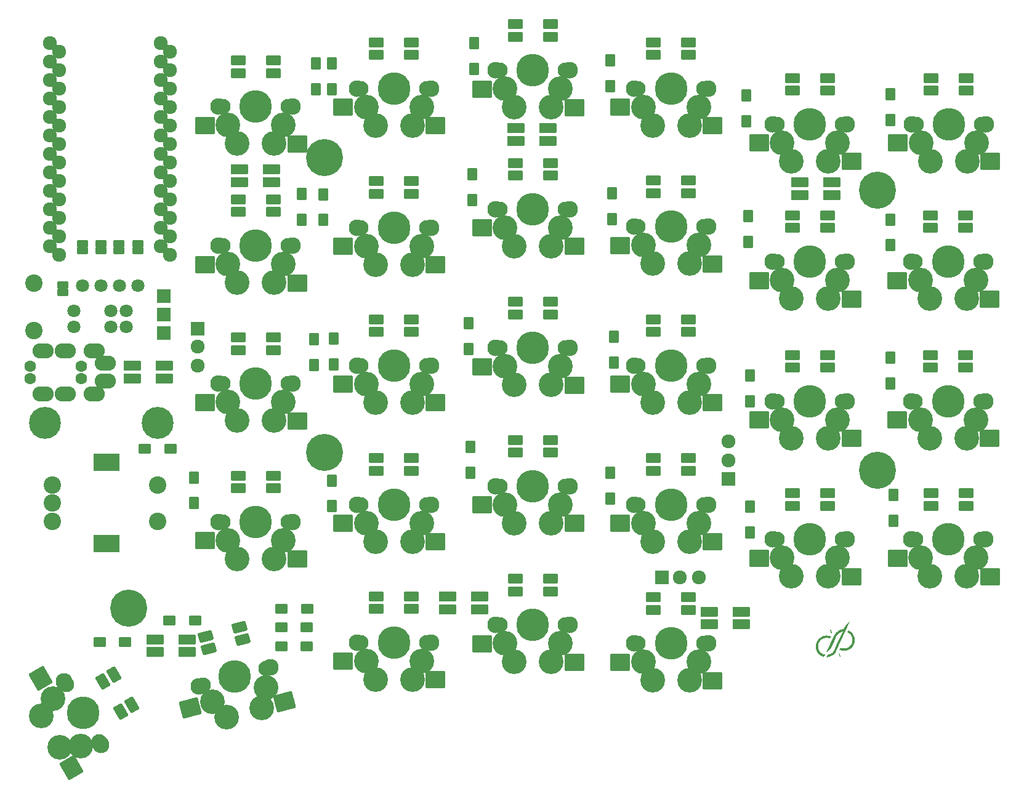
<source format=gts>
G04 #@! TF.GenerationSoftware,KiCad,Pcbnew,9.0.0*
G04 #@! TF.CreationDate,2025-03-10T13:11:58-03:00*
G04 #@! TF.ProjectId,aeon-keyboard,61656f6e-2d6b-4657-9962-6f6172642e6b,v1*
G04 #@! TF.SameCoordinates,Original*
G04 #@! TF.FileFunction,Soldermask,Top*
G04 #@! TF.FilePolarity,Negative*
%FSLAX46Y46*%
G04 Gerber Fmt 4.6, Leading zero omitted, Abs format (unit mm)*
G04 Created by KiCad (PCBNEW 9.0.0) date 2025-03-10 13:11:58*
%MOMM*%
%LPD*%
G01*
G04 APERTURE LIST*
G04 Aperture macros list*
%AMRoundRect*
0 Rectangle with rounded corners*
0 $1 Rounding radius*
0 $2 $3 $4 $5 $6 $7 $8 $9 X,Y pos of 4 corners*
0 Add a 4 corners polygon primitive as box body*
4,1,4,$2,$3,$4,$5,$6,$7,$8,$9,$2,$3,0*
0 Add four circle primitives for the rounded corners*
1,1,$1+$1,$2,$3*
1,1,$1+$1,$4,$5*
1,1,$1+$1,$6,$7*
1,1,$1+$1,$8,$9*
0 Add four rect primitives between the rounded corners*
20,1,$1+$1,$2,$3,$4,$5,0*
20,1,$1+$1,$4,$5,$6,$7,0*
20,1,$1+$1,$6,$7,$8,$9,0*
20,1,$1+$1,$8,$9,$2,$3,0*%
G04 Aperture macros list end*
%ADD10C,0.000000*%
%ADD11C,1.797000*%
%ADD12C,1.600000*%
%ADD13O,2.900000X2.100000*%
%ADD14C,5.100000*%
%ADD15C,1.924000*%
%ADD16RoundRect,0.200000X0.571500X-0.317500X0.571500X0.317500X-0.571500X0.317500X-0.571500X-0.317500X0*%
%ADD17C,2.400000*%
%ADD18RoundRect,0.200000X-0.571500X0.317500X-0.571500X-0.317500X0.571500X-0.317500X0.571500X0.317500X0*%
%ADD19RoundRect,0.200000X-0.475000X0.650000X-0.475000X-0.650000X0.475000X-0.650000X0.475000X0.650000X0*%
%ADD20RoundRect,0.200000X-0.650000X-0.475000X0.650000X-0.475000X0.650000X0.475000X-0.650000X0.475000X0*%
%ADD21C,2.300000*%
%ADD22C,2.100000*%
%ADD23C,3.400000*%
%ADD24C,4.500000*%
%ADD25RoundRect,0.200000X0.800000X0.500000X-0.800000X0.500000X-0.800000X-0.500000X0.800000X-0.500000X0*%
%ADD26RoundRect,0.200000X-1.150000X-1.000000X1.150000X-1.000000X1.150000X1.000000X-1.150000X1.000000X0*%
%ADD27RoundRect,0.200000X0.833013X-0.442820X0.033013X0.942820X-0.833013X0.442820X-0.033013X-0.942820X0*%
%ADD28RoundRect,0.200000X-1.441025X0.495929X-0.291025X-1.495929X1.441025X-0.495929X0.291025X1.495929X0*%
%ADD29C,4.400000*%
%ADD30RoundRect,0.200000X-0.762000X0.762000X-0.762000X-0.762000X0.762000X-0.762000X0.762000X0.762000X0*%
%ADD31RoundRect,0.200000X0.762000X0.762000X-0.762000X0.762000X-0.762000X-0.762000X0.762000X-0.762000X0*%
%ADD32RoundRect,0.200000X-1.600000X-1.000000X1.600000X-1.000000X1.600000X1.000000X-1.600000X1.000000X0*%
%ADD33RoundRect,0.200000X1.000000X0.500000X-1.000000X0.500000X-1.000000X-0.500000X1.000000X-0.500000X0*%
%ADD34RoundRect,0.200000X-1.000000X-0.500000X1.000000X-0.500000X1.000000X0.500000X-1.000000X0.500000X0*%
%ADD35RoundRect,0.200000X0.762000X-0.762000X0.762000X0.762000X-0.762000X0.762000X-0.762000X-0.762000X0*%
%ADD36RoundRect,0.200000X0.643331X0.690018X-0.902150X0.275908X-0.643331X-0.690018X0.902150X-0.275908X0*%
%ADD37RoundRect,0.200000X-0.851996X-1.263568X1.369634X-0.668284X0.851996X1.263568X-1.369634X0.668284X0*%
G04 APERTURE END LIST*
D10*
G36*
X199070399Y-122726794D02*
G01*
X199142319Y-122732217D01*
X199213635Y-122741110D01*
X199284230Y-122753420D01*
X199353982Y-122769094D01*
X199422774Y-122788079D01*
X199490485Y-122810323D01*
X199556996Y-122835773D01*
X199622187Y-122864377D01*
X199487779Y-123152243D01*
X199436436Y-123129840D01*
X199384071Y-123109887D01*
X199330775Y-123092431D01*
X199276641Y-123077515D01*
X199221764Y-123065185D01*
X199166236Y-123055487D01*
X199110149Y-123048463D01*
X199053598Y-123044161D01*
X198996674Y-123042625D01*
X198939471Y-123043899D01*
X198882083Y-123048028D01*
X198824601Y-123055059D01*
X198767119Y-123065035D01*
X198709730Y-123078001D01*
X198652528Y-123094003D01*
X198595604Y-123113085D01*
X198539717Y-123135118D01*
X198485592Y-123159680D01*
X198433271Y-123186678D01*
X198382800Y-123216018D01*
X198334222Y-123247607D01*
X198287581Y-123281352D01*
X198242920Y-123317157D01*
X198200283Y-123354931D01*
X198159715Y-123394579D01*
X198121258Y-123436007D01*
X198084957Y-123479123D01*
X198050856Y-123523832D01*
X198018998Y-123570041D01*
X197989426Y-123617657D01*
X197962186Y-123666585D01*
X197937321Y-123716732D01*
X197914873Y-123768005D01*
X197894889Y-123820309D01*
X197877410Y-123873552D01*
X197862481Y-123927640D01*
X197850145Y-123982479D01*
X197840447Y-124037975D01*
X197833431Y-124094035D01*
X197829139Y-124150566D01*
X197827616Y-124207473D01*
X197828906Y-124264664D01*
X197833052Y-124322044D01*
X197840099Y-124379519D01*
X197850089Y-124436998D01*
X197863067Y-124494385D01*
X197879077Y-124551587D01*
X197898162Y-124608510D01*
X197920099Y-124664400D01*
X197944572Y-124718533D01*
X197971488Y-124770865D01*
X198000754Y-124821351D01*
X198032278Y-124869945D01*
X198065966Y-124916603D01*
X198101725Y-124961280D01*
X198139462Y-125003930D01*
X198179085Y-125044509D01*
X198220499Y-125082972D01*
X198263613Y-125119274D01*
X198308333Y-125153370D01*
X198354565Y-125185215D01*
X198402218Y-125214764D01*
X198451198Y-125241972D01*
X198501412Y-125266794D01*
X198502471Y-125265735D01*
X198538923Y-125281850D01*
X198576008Y-125296824D01*
X198613664Y-125310607D01*
X198651828Y-125323150D01*
X198690438Y-125334403D01*
X198729433Y-125344317D01*
X198768751Y-125352841D01*
X198808329Y-125359927D01*
X198669687Y-125656260D01*
X198630550Y-125646988D01*
X198591734Y-125636648D01*
X198553266Y-125625267D01*
X198515171Y-125612869D01*
X198477472Y-125599478D01*
X198440194Y-125585121D01*
X198403364Y-125569820D01*
X198367004Y-125553602D01*
X198303239Y-125522097D01*
X198241011Y-125487549D01*
X198180441Y-125450015D01*
X198121653Y-125409553D01*
X198064768Y-125366219D01*
X198009909Y-125320072D01*
X197957200Y-125271168D01*
X197906761Y-125219565D01*
X197858716Y-125165321D01*
X197813188Y-125108492D01*
X197770298Y-125049136D01*
X197730168Y-124987311D01*
X197692923Y-124923073D01*
X197658683Y-124856481D01*
X197627572Y-124787591D01*
X197599712Y-124716460D01*
X197575394Y-124644013D01*
X197554990Y-124571214D01*
X197538443Y-124498182D01*
X197525699Y-124425036D01*
X197516702Y-124351896D01*
X197511397Y-124278880D01*
X197509728Y-124206108D01*
X197511639Y-124133699D01*
X197517076Y-124061772D01*
X197525983Y-123990446D01*
X197538304Y-123919841D01*
X197553985Y-123850076D01*
X197572969Y-123781269D01*
X197595201Y-123713541D01*
X197620627Y-123647009D01*
X197649189Y-123581794D01*
X197680834Y-123518015D01*
X197715505Y-123455791D01*
X197753148Y-123395240D01*
X197793706Y-123336482D01*
X197837124Y-123279637D01*
X197883347Y-123224823D01*
X197932320Y-123172160D01*
X197983986Y-123121767D01*
X198038292Y-123073762D01*
X198095180Y-123028266D01*
X198154596Y-122985397D01*
X198216485Y-122945275D01*
X198280790Y-122908019D01*
X198347457Y-122873747D01*
X198416430Y-122842579D01*
X198487654Y-122814635D01*
X198560101Y-122790405D01*
X198632900Y-122770065D01*
X198705931Y-122753564D01*
X198779076Y-122740850D01*
X198852214Y-122731868D01*
X198925227Y-122726566D01*
X198997995Y-122724892D01*
X199070399Y-122726794D01*
G37*
G36*
X200950395Y-125583235D02*
G01*
X200801171Y-125637210D01*
X200638187Y-125189535D01*
X200787412Y-125135560D01*
X200950395Y-125583235D01*
G37*
G36*
X202077785Y-122025932D02*
G01*
X202140013Y-122060480D01*
X202200583Y-122098014D01*
X202259372Y-122138476D01*
X202316256Y-122181810D01*
X202371115Y-122227957D01*
X202423824Y-122276861D01*
X202474263Y-122328464D01*
X202522308Y-122382708D01*
X202567836Y-122439537D01*
X202610727Y-122498893D01*
X202650856Y-122560718D01*
X202688101Y-122624956D01*
X202722341Y-122691548D01*
X202753452Y-122760438D01*
X202781312Y-122831569D01*
X202805629Y-122904016D01*
X202826034Y-122976815D01*
X202842581Y-123049847D01*
X202855327Y-123122993D01*
X202864326Y-123196133D01*
X202869634Y-123269149D01*
X202871307Y-123341921D01*
X202869401Y-123414330D01*
X202863971Y-123486257D01*
X202855073Y-123557582D01*
X202842763Y-123628188D01*
X202827095Y-123697953D01*
X202808126Y-123766759D01*
X202785911Y-123834488D01*
X202760506Y-123901019D01*
X202731967Y-123966234D01*
X202700349Y-124030014D01*
X202665707Y-124092238D01*
X202628098Y-124152789D01*
X202587577Y-124211546D01*
X202544199Y-124268392D01*
X202498021Y-124323205D01*
X202449097Y-124375869D01*
X202397484Y-124426262D01*
X202343237Y-124474266D01*
X202286412Y-124519762D01*
X202227063Y-124562631D01*
X202165248Y-124602753D01*
X202101022Y-124640010D01*
X202034439Y-124674282D01*
X201965556Y-124705449D01*
X201894429Y-124733394D01*
X201821982Y-124757624D01*
X201749183Y-124777963D01*
X201676151Y-124794464D01*
X201603006Y-124807179D01*
X201529868Y-124816161D01*
X201456855Y-124821462D01*
X201384087Y-124823136D01*
X201311684Y-124821235D01*
X201239764Y-124815812D01*
X201168447Y-124806919D01*
X201097853Y-124794609D01*
X201028100Y-124778935D01*
X200959309Y-124759949D01*
X200891598Y-124737705D01*
X200825087Y-124712255D01*
X200759895Y-124683652D01*
X200894304Y-124395785D01*
X200945646Y-124418189D01*
X200998012Y-124438141D01*
X201051308Y-124455598D01*
X201105441Y-124470513D01*
X201160318Y-124482843D01*
X201215847Y-124492542D01*
X201271933Y-124499565D01*
X201328485Y-124503867D01*
X201385409Y-124505404D01*
X201442611Y-124504130D01*
X201500000Y-124500000D01*
X201557482Y-124492970D01*
X201614964Y-124482994D01*
X201672352Y-124470028D01*
X201729555Y-124454026D01*
X201786479Y-124434944D01*
X201842366Y-124412911D01*
X201896491Y-124388349D01*
X201948811Y-124361351D01*
X201999282Y-124332010D01*
X202047860Y-124300421D01*
X202094502Y-124266677D01*
X202139163Y-124230871D01*
X202181799Y-124193098D01*
X202222368Y-124153450D01*
X202260824Y-124112021D01*
X202297125Y-124068906D01*
X202331227Y-124024197D01*
X202363085Y-123977987D01*
X202392656Y-123930372D01*
X202419896Y-123881444D01*
X202444762Y-123831297D01*
X202467209Y-123780024D01*
X202487194Y-123727719D01*
X202504673Y-123674476D01*
X202519602Y-123620389D01*
X202531937Y-123565550D01*
X202541635Y-123510053D01*
X202548652Y-123453993D01*
X202552943Y-123397463D01*
X202554466Y-123340555D01*
X202553176Y-123283365D01*
X202549030Y-123225985D01*
X202541984Y-123168509D01*
X202531993Y-123111031D01*
X202519015Y-123053644D01*
X202503005Y-122996442D01*
X202483920Y-122939518D01*
X202461984Y-122883629D01*
X202437511Y-122829495D01*
X202410595Y-122777163D01*
X202381328Y-122726678D01*
X202349804Y-122678084D01*
X202316117Y-122631426D01*
X202280358Y-122586749D01*
X202242620Y-122544099D01*
X202202998Y-122503520D01*
X202161583Y-122465057D01*
X202118470Y-122428755D01*
X202073750Y-122394659D01*
X202027517Y-122362814D01*
X201979864Y-122333265D01*
X201930884Y-122306057D01*
X201880670Y-122281235D01*
X201879612Y-122282294D01*
X202014020Y-121994427D01*
X202077785Y-122025932D01*
G37*
G36*
X199772470Y-122346852D02*
G01*
X199623245Y-122400827D01*
X199460262Y-121953152D01*
X199609487Y-121899177D01*
X199772470Y-122346852D01*
G37*
G36*
X200345029Y-124823351D02*
G01*
X200330212Y-124856160D01*
X200313719Y-124889308D01*
X200296391Y-124922064D01*
X200278239Y-124954408D01*
X200259271Y-124986319D01*
X200239497Y-125017777D01*
X200218926Y-125048762D01*
X200197568Y-125079255D01*
X200175431Y-125109234D01*
X200152525Y-125138680D01*
X200128860Y-125167573D01*
X200104445Y-125195892D01*
X200079288Y-125223617D01*
X200053400Y-125250728D01*
X200026789Y-125277205D01*
X199999465Y-125303028D01*
X199971437Y-125328177D01*
X199945801Y-125349999D01*
X199919339Y-125371390D01*
X199892121Y-125392317D01*
X199864215Y-125412744D01*
X199835688Y-125432638D01*
X199806610Y-125451964D01*
X199777048Y-125470689D01*
X199747071Y-125488779D01*
X199716746Y-125506198D01*
X199686142Y-125522914D01*
X199655327Y-125538892D01*
X199624370Y-125554098D01*
X199593338Y-125568497D01*
X199562301Y-125582057D01*
X199531325Y-125594742D01*
X199500479Y-125606518D01*
X199469673Y-125617470D01*
X199438777Y-125627704D01*
X199407801Y-125637221D01*
X199376753Y-125646024D01*
X199345643Y-125654114D01*
X199314481Y-125661492D01*
X199283275Y-125668160D01*
X199252035Y-125674119D01*
X199220770Y-125679372D01*
X199189490Y-125683919D01*
X199158204Y-125687763D01*
X199126920Y-125690904D01*
X199095649Y-125693344D01*
X199064400Y-125695085D01*
X199033182Y-125696129D01*
X199002004Y-125696476D01*
X199155462Y-125367335D01*
X199185226Y-125362618D01*
X199214977Y-125357181D01*
X199244703Y-125351001D01*
X199274393Y-125344051D01*
X199304032Y-125336308D01*
X199333610Y-125327747D01*
X199363113Y-125318341D01*
X199392529Y-125308068D01*
X199447464Y-125286379D01*
X199500717Y-125262248D01*
X199552242Y-125235763D01*
X199601996Y-125207014D01*
X199649933Y-125176088D01*
X199696008Y-125143074D01*
X199740176Y-125108059D01*
X199782392Y-125071134D01*
X199822612Y-125032385D01*
X199860790Y-124991901D01*
X199896881Y-124949771D01*
X199930840Y-124906083D01*
X199962623Y-124860926D01*
X199992184Y-124814387D01*
X200019479Y-124766555D01*
X200044462Y-124717518D01*
X200056104Y-124692118D01*
X200438162Y-123872968D01*
X201225562Y-122184927D01*
X201195799Y-122189644D01*
X201166047Y-122195080D01*
X201136321Y-122201261D01*
X201106632Y-122208210D01*
X201076992Y-122215953D01*
X201047415Y-122224515D01*
X201017912Y-122233920D01*
X200988496Y-122244194D01*
X200932978Y-122266118D01*
X200879171Y-122290554D01*
X200827122Y-122317408D01*
X200776879Y-122346587D01*
X200728490Y-122377999D01*
X200682003Y-122411551D01*
X200637466Y-122447149D01*
X200594928Y-122484700D01*
X200554436Y-122524111D01*
X200516039Y-122565290D01*
X200479784Y-122608143D01*
X200445719Y-122652578D01*
X200413894Y-122698501D01*
X200384355Y-122745819D01*
X200357151Y-122794439D01*
X200332329Y-122844269D01*
X200332119Y-122844665D01*
X200331889Y-122845062D01*
X200331643Y-122845459D01*
X200331387Y-122845856D01*
X200330860Y-122846650D01*
X200330345Y-122847444D01*
X200330104Y-122847840D01*
X200329880Y-122848237D01*
X200329677Y-122848634D01*
X200329501Y-122849031D01*
X200329356Y-122849428D01*
X200329297Y-122849626D01*
X200329247Y-122849825D01*
X200329207Y-122850023D01*
X200329178Y-122850222D01*
X200329160Y-122850420D01*
X200329154Y-122850619D01*
X199942862Y-123678235D01*
X199617954Y-124374618D01*
X199590402Y-124429666D01*
X199560258Y-124482515D01*
X199527708Y-124533199D01*
X199492938Y-124581754D01*
X199456135Y-124628213D01*
X199417483Y-124672610D01*
X199377169Y-124714979D01*
X199335379Y-124755354D01*
X199292300Y-124793770D01*
X199248116Y-124830260D01*
X199203015Y-124864859D01*
X199157182Y-124897600D01*
X199110804Y-124928519D01*
X199064065Y-124957648D01*
X199017154Y-124985023D01*
X198970254Y-125010677D01*
X200041287Y-122715152D01*
X200044462Y-122708802D01*
X200071370Y-122654380D01*
X200100473Y-122601096D01*
X200131738Y-122549021D01*
X200165129Y-122498227D01*
X200200609Y-122448784D01*
X200238143Y-122400765D01*
X200277696Y-122354240D01*
X200319232Y-122309281D01*
X200362715Y-122265959D01*
X200408109Y-122224346D01*
X200455380Y-122184512D01*
X200504490Y-122146529D01*
X200555405Y-122110469D01*
X200608089Y-122076402D01*
X200662506Y-122044401D01*
X200718621Y-122014535D01*
X200738167Y-122004762D01*
X200757911Y-121995287D01*
X200777854Y-121986109D01*
X200797996Y-121977229D01*
X200818335Y-121968647D01*
X200838874Y-121960362D01*
X200859610Y-121952375D01*
X200880546Y-121944685D01*
X200911538Y-121933734D01*
X200942597Y-121923500D01*
X200973714Y-121913982D01*
X201004883Y-121905180D01*
X201036095Y-121897090D01*
X201067343Y-121889712D01*
X201098619Y-121883044D01*
X201129915Y-121877084D01*
X201161224Y-121871832D01*
X201192537Y-121867284D01*
X201223847Y-121863441D01*
X201255146Y-121860300D01*
X201286427Y-121857859D01*
X201317681Y-121856118D01*
X201348901Y-121855074D01*
X201380079Y-121854727D01*
X201569521Y-121447269D01*
X201567404Y-121450444D01*
X201594955Y-121395210D01*
X201625097Y-121342198D01*
X201657643Y-121291372D01*
X201692403Y-121242696D01*
X201729191Y-121196135D01*
X201767820Y-121151652D01*
X201808101Y-121109213D01*
X201849847Y-121068782D01*
X201892870Y-121030323D01*
X201936983Y-120993800D01*
X201981999Y-120959177D01*
X202027729Y-120926420D01*
X202073987Y-120895492D01*
X202120583Y-120866357D01*
X202167332Y-120838981D01*
X202214045Y-120813327D01*
X200345029Y-124823351D01*
G37*
D11*
X95499272Y-80311965D03*
X100579272Y-80311965D03*
X95499272Y-78061965D03*
X100579272Y-78061965D03*
D12*
X89500000Y-87400000D03*
X96500000Y-87400000D03*
X89500000Y-85650000D03*
X96500000Y-85650000D03*
D13*
X98300000Y-89500000D03*
X98300000Y-83550000D03*
X94300000Y-89500000D03*
X94300000Y-83550000D03*
X91300000Y-89500000D03*
X91300000Y-83550000D03*
X99800000Y-87750000D03*
X99800000Y-85300000D03*
D11*
X102700000Y-80300000D03*
X102700000Y-78100000D03*
D14*
X130000000Y-57000000D03*
X206000000Y-61500000D03*
X130000000Y-97500000D03*
X206000000Y-100000000D03*
X103000000Y-119000000D03*
D15*
X92180000Y-41230000D03*
X108718815Y-42425745D03*
X92180000Y-43770000D03*
X108718815Y-44965745D03*
X92180000Y-46310000D03*
X108718815Y-47505745D03*
X92180000Y-48850000D03*
X108718815Y-50045745D03*
X92180000Y-51390000D03*
X108718815Y-52585745D03*
X92180000Y-53930000D03*
X108718815Y-55125745D03*
X92180000Y-56470000D03*
X108718815Y-57665745D03*
X92180000Y-59010000D03*
X108718815Y-60205745D03*
X92180000Y-61550000D03*
X108718815Y-62745745D03*
X92180000Y-64090000D03*
X108718815Y-65285745D03*
X92180000Y-66630000D03*
X108718815Y-67825745D03*
X92180000Y-69170000D03*
X108718815Y-70365745D03*
X93478815Y-70365745D03*
X107420000Y-69170000D03*
X93478815Y-67825745D03*
X107420000Y-66630000D03*
X93478815Y-65285745D03*
X107420000Y-64090000D03*
X93478815Y-62745745D03*
X107420000Y-61550000D03*
X93478815Y-60205745D03*
X107420000Y-59010000D03*
X93478815Y-57665745D03*
X107420000Y-56470000D03*
X93478815Y-55125745D03*
X107420000Y-53930000D03*
X93478815Y-52585745D03*
X107420000Y-51390000D03*
X93478815Y-50045745D03*
X107420000Y-48850000D03*
X93478815Y-47505745D03*
X107420000Y-46310000D03*
X93478815Y-44965745D03*
X107420000Y-43770000D03*
X93478815Y-42425745D03*
X107420000Y-41230000D03*
D16*
X104300000Y-69800380D03*
X104300000Y-68799620D03*
X101700000Y-69800380D03*
X101700000Y-68799620D03*
X99200000Y-69800380D03*
X99200000Y-68799620D03*
D17*
X90000000Y-74250000D03*
X90000000Y-80750000D03*
D18*
X94000000Y-74499620D03*
X94000000Y-75500380D03*
D19*
X128750000Y-44000000D03*
X128750000Y-47550000D03*
X131000000Y-44005500D03*
X131000000Y-47555500D03*
X150500000Y-41265000D03*
X150500000Y-44815000D03*
X169250000Y-43650000D03*
X169250000Y-47200000D03*
X188000000Y-48475000D03*
X188000000Y-52025000D03*
X207750000Y-48250000D03*
X207750000Y-51800000D03*
X126800000Y-62000000D03*
X126800000Y-65550000D03*
X129800000Y-62025000D03*
X129800000Y-65575000D03*
X150250000Y-59290000D03*
X150250000Y-62840000D03*
X169500000Y-61875000D03*
X169500000Y-65425000D03*
X188250000Y-65000000D03*
X188250000Y-68550000D03*
X207750000Y-65500000D03*
X207750000Y-69050000D03*
X128500000Y-82000000D03*
X128500000Y-85550000D03*
X131250000Y-81900000D03*
X131250000Y-85450000D03*
X149750000Y-79790000D03*
X149750000Y-83340000D03*
X169725000Y-81650000D03*
X169725000Y-85200000D03*
X188500000Y-87000000D03*
X188500000Y-90550000D03*
X207750000Y-84500000D03*
X207750000Y-88050000D03*
X112000000Y-100975000D03*
X112000000Y-104525000D03*
X131000000Y-101400000D03*
X131000000Y-104950000D03*
X150000000Y-96790000D03*
X150000000Y-100340000D03*
X169250000Y-100375000D03*
X169250000Y-103925000D03*
X188500000Y-104975000D03*
X188500000Y-108525000D03*
X208200000Y-103400000D03*
X208200000Y-106950000D03*
D20*
X105225000Y-97000000D03*
X108775000Y-97000000D03*
X99025000Y-123600000D03*
X102575000Y-123600000D03*
X108649800Y-120624800D03*
X112199800Y-120624800D03*
X124000000Y-124200000D03*
X127550000Y-124200000D03*
X124000000Y-121600000D03*
X127550000Y-121600000D03*
D21*
X125580000Y-50000000D03*
D22*
X125000000Y-50000000D03*
D23*
X124310000Y-52540000D03*
X123040000Y-55080000D03*
D24*
X120500000Y-50000000D03*
D23*
X117960000Y-55080000D03*
X116690000Y-52540001D03*
D22*
X116000000Y-50000000D03*
D21*
X115420000Y-50000000D03*
D25*
X122900000Y-43625000D03*
X122900000Y-45375000D03*
X118100000Y-45375000D03*
X118100000Y-43625000D03*
D26*
X113500000Y-52580000D03*
X126200000Y-55120000D03*
D21*
X144580000Y-47500000D03*
D22*
X144000000Y-47500000D03*
D23*
X143310000Y-50040000D03*
X142040000Y-52580000D03*
D24*
X139500000Y-47500000D03*
D23*
X136960000Y-52580000D03*
X135690000Y-50040001D03*
D22*
X135000000Y-47500000D03*
D21*
X134420000Y-47500000D03*
D25*
X141900000Y-41125000D03*
X141900000Y-42875000D03*
X137100000Y-42875000D03*
X137100000Y-41125000D03*
D26*
X132500000Y-50080000D03*
X145200000Y-52620000D03*
D21*
X163680000Y-45000000D03*
D22*
X163100000Y-45000000D03*
D23*
X162410000Y-47540000D03*
X161140000Y-50080000D03*
D24*
X158600000Y-45000000D03*
D23*
X156060000Y-50080000D03*
X154790000Y-47540001D03*
D22*
X154100000Y-45000000D03*
D21*
X153520000Y-45000000D03*
D25*
X161000000Y-38625000D03*
X161000000Y-40375000D03*
X156200000Y-40375000D03*
X156200000Y-38625000D03*
D26*
X151600000Y-47580000D03*
X164300000Y-50120000D03*
D21*
X182680000Y-47500000D03*
D22*
X182100000Y-47500000D03*
D23*
X181410000Y-50040000D03*
X180140000Y-52580000D03*
D24*
X177600000Y-47500000D03*
D23*
X175060000Y-52580000D03*
X173790000Y-50040001D03*
D22*
X173100000Y-47500000D03*
D21*
X172520000Y-47500000D03*
D25*
X180000000Y-41125000D03*
X180000000Y-42875000D03*
X175200000Y-42875000D03*
X175200000Y-41125000D03*
D26*
X170600000Y-50080000D03*
X183300000Y-52620000D03*
D21*
X201780000Y-52400000D03*
D22*
X201200000Y-52400000D03*
D23*
X200510000Y-54940000D03*
X199240000Y-57480000D03*
D24*
X196700000Y-52400000D03*
D23*
X194160000Y-57480000D03*
X192890000Y-54940001D03*
D22*
X192200000Y-52400000D03*
D21*
X191620000Y-52400000D03*
D25*
X199100000Y-46025000D03*
X199100000Y-47775000D03*
X194300000Y-47775000D03*
X194300000Y-46025000D03*
D26*
X189700000Y-54980000D03*
X202400000Y-57520000D03*
D21*
X125580000Y-69100000D03*
D22*
X125000000Y-69100000D03*
D23*
X124310000Y-71640000D03*
X123040000Y-74180000D03*
D24*
X120500000Y-69100000D03*
D23*
X117960000Y-74180000D03*
X116690000Y-71640001D03*
D22*
X116000000Y-69100000D03*
D21*
X115420000Y-69100000D03*
D25*
X122900000Y-62725000D03*
X122900000Y-64475000D03*
X118100000Y-64475000D03*
X118100000Y-62725000D03*
D26*
X113500000Y-71680000D03*
X126200000Y-74220000D03*
D21*
X144580000Y-66600000D03*
D22*
X144000000Y-66600000D03*
D23*
X143310000Y-69140000D03*
X142040000Y-71680000D03*
D24*
X139500000Y-66600000D03*
D23*
X136960000Y-71680000D03*
X135690000Y-69140001D03*
D22*
X135000000Y-66600000D03*
D21*
X134420000Y-66600000D03*
D25*
X141900000Y-60225000D03*
X141900000Y-61975000D03*
X137100000Y-61975000D03*
X137100000Y-60225000D03*
D26*
X132500000Y-69180000D03*
X145200000Y-71720000D03*
D21*
X163680000Y-64090000D03*
D22*
X163100000Y-64090000D03*
D23*
X162410000Y-66630000D03*
X161140000Y-69170000D03*
D24*
X158600000Y-64090000D03*
D23*
X156060000Y-69170000D03*
X154790000Y-66630001D03*
D22*
X154100000Y-64090000D03*
D21*
X153520000Y-64090000D03*
D25*
X161000000Y-57715000D03*
X161000000Y-59465000D03*
X156200000Y-59465000D03*
X156200000Y-57715000D03*
D26*
X151600000Y-66670000D03*
X164300000Y-69210000D03*
D21*
X182680000Y-66500000D03*
D22*
X182100000Y-66500000D03*
D23*
X181410000Y-69040000D03*
X180140000Y-71580000D03*
D24*
X177600000Y-66500000D03*
D23*
X175060000Y-71580000D03*
X173790000Y-69040001D03*
D22*
X173100000Y-66500000D03*
D21*
X172520000Y-66500000D03*
D25*
X180000000Y-60125000D03*
X180000000Y-61875000D03*
X175200000Y-61875000D03*
X175200000Y-60125000D03*
D26*
X170600000Y-69080000D03*
X183300000Y-71620000D03*
D21*
X201780000Y-71300000D03*
D22*
X201200000Y-71300000D03*
D23*
X200510000Y-73840000D03*
X199240000Y-76380000D03*
D24*
X196700000Y-71300000D03*
D23*
X194160000Y-76380000D03*
X192890000Y-73840001D03*
D22*
X192200000Y-71300000D03*
D21*
X191620000Y-71300000D03*
D25*
X199100000Y-64925000D03*
X199100000Y-66675000D03*
X194300000Y-66675000D03*
X194300000Y-64925000D03*
D26*
X189700000Y-73880000D03*
X202400000Y-76420000D03*
D21*
X220780000Y-71300000D03*
D22*
X220200000Y-71300000D03*
D23*
X219510000Y-73840000D03*
X218240000Y-76380000D03*
D24*
X215700000Y-71300000D03*
D23*
X213160000Y-76380000D03*
X211890000Y-73840001D03*
D22*
X211200000Y-71300000D03*
D21*
X210620000Y-71300000D03*
D25*
X218100000Y-64925000D03*
X218100000Y-66675000D03*
X213300000Y-66675000D03*
X213300000Y-64925000D03*
D26*
X208700000Y-73880000D03*
X221400000Y-76420000D03*
D21*
X125580000Y-88100000D03*
D22*
X125000000Y-88100000D03*
D23*
X124310000Y-90640000D03*
X123040000Y-93180000D03*
D24*
X120500000Y-88100000D03*
D23*
X117960000Y-93180000D03*
X116690000Y-90640001D03*
D22*
X116000000Y-88100000D03*
D21*
X115420000Y-88100000D03*
D25*
X122900000Y-81725000D03*
X122900000Y-83475000D03*
X118100000Y-83475000D03*
X118100000Y-81725000D03*
D26*
X113500000Y-90680000D03*
X126200000Y-93220000D03*
D21*
X144580000Y-85600000D03*
D22*
X144000000Y-85600000D03*
D23*
X143310000Y-88140000D03*
X142040000Y-90680000D03*
D24*
X139500000Y-85600000D03*
D23*
X136960000Y-90680000D03*
X135690000Y-88140001D03*
D22*
X135000000Y-85600000D03*
D21*
X134420000Y-85600000D03*
D25*
X141900000Y-79225000D03*
X141900000Y-80975000D03*
X137100000Y-80975000D03*
X137100000Y-79225000D03*
D26*
X132500000Y-88180000D03*
X145200000Y-90720000D03*
D21*
X163680000Y-83190000D03*
D22*
X163100000Y-83190000D03*
D23*
X162410000Y-85730000D03*
X161140000Y-88270000D03*
D24*
X158600000Y-83190000D03*
D23*
X156060000Y-88270000D03*
X154790000Y-85730001D03*
D22*
X154100000Y-83190000D03*
D21*
X153520000Y-83190000D03*
D25*
X161000000Y-76815000D03*
X161000000Y-78565000D03*
X156200000Y-78565000D03*
X156200000Y-76815000D03*
D26*
X151600000Y-85770000D03*
X164300000Y-88310000D03*
D21*
X182680000Y-85600000D03*
D22*
X182100000Y-85600000D03*
D23*
X181410000Y-88140000D03*
X180140000Y-90680000D03*
D24*
X177600000Y-85600000D03*
D23*
X175060000Y-90680000D03*
X173790000Y-88140001D03*
D22*
X173100000Y-85600000D03*
D21*
X172520000Y-85600000D03*
D25*
X180000000Y-79225000D03*
X180000000Y-80975000D03*
X175200000Y-80975000D03*
X175200000Y-79225000D03*
D26*
X170600000Y-88180000D03*
X183300000Y-90720000D03*
D21*
X201780000Y-90500000D03*
D22*
X201200000Y-90500000D03*
D23*
X200510000Y-93040000D03*
X199240000Y-95580000D03*
D24*
X196700000Y-90500000D03*
D23*
X194160000Y-95580000D03*
X192890000Y-93040001D03*
D22*
X192200000Y-90500000D03*
D21*
X191620000Y-90500000D03*
D25*
X199100000Y-84125000D03*
X199100000Y-85875000D03*
X194300000Y-85875000D03*
X194300000Y-84125000D03*
D26*
X189700000Y-93080000D03*
X202400000Y-95620000D03*
D21*
X220780000Y-90500000D03*
D22*
X220200000Y-90500000D03*
D23*
X219510000Y-93040000D03*
X218240000Y-95580000D03*
D24*
X215700000Y-90500000D03*
D23*
X213160000Y-95580000D03*
X211890000Y-93040001D03*
D22*
X211200000Y-90500000D03*
D21*
X210620000Y-90500000D03*
D25*
X218100000Y-84125000D03*
X218100000Y-85875000D03*
X213300000Y-85875000D03*
X213300000Y-84125000D03*
D26*
X208700000Y-93080000D03*
X221400000Y-95620000D03*
D21*
X125580000Y-107100000D03*
D22*
X125000000Y-107100000D03*
D23*
X124310000Y-109640000D03*
X123040000Y-112180000D03*
D24*
X120500000Y-107100000D03*
D23*
X117960000Y-112180000D03*
X116690000Y-109640001D03*
D22*
X116000000Y-107100000D03*
D21*
X115420000Y-107100000D03*
D25*
X122900000Y-100725000D03*
X122900000Y-102475000D03*
X118100000Y-102475000D03*
X118100000Y-100725000D03*
D26*
X113500000Y-109680000D03*
X126200000Y-112220000D03*
D21*
X144580000Y-104700000D03*
D22*
X144000000Y-104700000D03*
D23*
X143310000Y-107240000D03*
X142040000Y-109780000D03*
D24*
X139500000Y-104700000D03*
D23*
X136960000Y-109780000D03*
X135690000Y-107240001D03*
D22*
X135000000Y-104700000D03*
D21*
X134420000Y-104700000D03*
D25*
X141900000Y-98325000D03*
X141900000Y-100075000D03*
X137100000Y-100075000D03*
X137100000Y-98325000D03*
D26*
X132500000Y-107280000D03*
X145200000Y-109820000D03*
D21*
X163680000Y-102190000D03*
D22*
X163100000Y-102190000D03*
D23*
X162410000Y-104730000D03*
X161140000Y-107270000D03*
D24*
X158600000Y-102190000D03*
D23*
X156060000Y-107270000D03*
X154790000Y-104730001D03*
D22*
X154100000Y-102190000D03*
D21*
X153520000Y-102190000D03*
D25*
X161000000Y-95815000D03*
X161000000Y-97565000D03*
X156200000Y-97565000D03*
X156200000Y-95815000D03*
D26*
X151600000Y-104770000D03*
X164300000Y-107310000D03*
D21*
X182680000Y-104700000D03*
D22*
X182100000Y-104700000D03*
D23*
X181410000Y-107240000D03*
X180140000Y-109780000D03*
D24*
X177600000Y-104700000D03*
D23*
X175060000Y-109780000D03*
X173790000Y-107240001D03*
D22*
X173100000Y-104700000D03*
D21*
X172520000Y-104700000D03*
D25*
X180000000Y-98325000D03*
X180000000Y-100075000D03*
X175200000Y-100075000D03*
X175200000Y-98325000D03*
D26*
X170600000Y-107280000D03*
X183300000Y-109820000D03*
D21*
X201780000Y-109500000D03*
D22*
X201200000Y-109500000D03*
D23*
X200510000Y-112040000D03*
X199240000Y-114580000D03*
D24*
X196700000Y-109500000D03*
D23*
X194160000Y-114580000D03*
X192890000Y-112040001D03*
D22*
X192200000Y-109500000D03*
D21*
X191620000Y-109500000D03*
D25*
X199100000Y-103125000D03*
X199100000Y-104875000D03*
X194300000Y-104875000D03*
X194300000Y-103125000D03*
D26*
X189700000Y-112080000D03*
X202400000Y-114620000D03*
D21*
X220830000Y-109500000D03*
D22*
X220250000Y-109500000D03*
D23*
X219560000Y-112040000D03*
X218290000Y-114580000D03*
D24*
X215750000Y-109500000D03*
D23*
X213210000Y-114580000D03*
X211940000Y-112040001D03*
D22*
X211250000Y-109500000D03*
D21*
X210670000Y-109500000D03*
D25*
X218150000Y-103125000D03*
X218150000Y-104875000D03*
X213350000Y-104875000D03*
X213350000Y-103125000D03*
D26*
X208750000Y-112080000D03*
X221450000Y-114620000D03*
D21*
X99250000Y-137799409D03*
D22*
X98960000Y-137297114D03*
D23*
X96415295Y-137969557D03*
X93580591Y-138139705D03*
D24*
X96750000Y-133330000D03*
D23*
X91040591Y-133740295D03*
X92605295Y-131370444D03*
D22*
X94460000Y-129502886D03*
D21*
X94170000Y-129000591D03*
D27*
X103430912Y-132290961D03*
X101915367Y-133165961D03*
X99515367Y-129009039D03*
X101030912Y-128134039D03*
D28*
X90975654Y-128627822D03*
X95125950Y-140896345D03*
D21*
X144580000Y-123700000D03*
D22*
X144000000Y-123700000D03*
D23*
X143310000Y-126240000D03*
X142040000Y-128780000D03*
D24*
X139500000Y-123700000D03*
D23*
X136960000Y-128780000D03*
X135690000Y-126240001D03*
D22*
X135000000Y-123700000D03*
D21*
X134420000Y-123700000D03*
D25*
X141900000Y-117325000D03*
X141900000Y-119075000D03*
X137100000Y-119075000D03*
X137100000Y-117325000D03*
D26*
X132500000Y-126280000D03*
X145200000Y-128820000D03*
D21*
X163680000Y-121290000D03*
D22*
X163100000Y-121290000D03*
D23*
X162410000Y-123830000D03*
X161140000Y-126370000D03*
D24*
X158600000Y-121290000D03*
D23*
X156060000Y-126370000D03*
X154790000Y-123830001D03*
D22*
X154100000Y-121290000D03*
D21*
X153520000Y-121290000D03*
D25*
X161000000Y-114915000D03*
X161000000Y-116665000D03*
X156200000Y-116665000D03*
X156200000Y-114915000D03*
D26*
X151600000Y-123870000D03*
X164300000Y-126410000D03*
D29*
X91500000Y-93500000D03*
D16*
X96700000Y-69800380D03*
X96700000Y-68799620D03*
D30*
X107900000Y-81100000D03*
D31*
X107900000Y-78600000D03*
X107900000Y-76000000D03*
D11*
X96700000Y-74600000D03*
X99240000Y-74600000D03*
X101780000Y-74600000D03*
X104320000Y-74600000D03*
D20*
X124030000Y-119020000D03*
X127580000Y-119020000D03*
D29*
X107000000Y-93500000D03*
D17*
X92500000Y-102000000D03*
X92500000Y-107000000D03*
X92500000Y-104500000D03*
D32*
X100000000Y-98900000D03*
X100000000Y-110100000D03*
D17*
X107000000Y-107000000D03*
X107000000Y-102000000D03*
D33*
X122700000Y-60375000D03*
X122700000Y-58625000D03*
X118300000Y-58625000D03*
X118300000Y-60375000D03*
D34*
X156300000Y-52915000D03*
X156300000Y-54665000D03*
X160700000Y-54665000D03*
X160700000Y-52915000D03*
D33*
X199700000Y-62125000D03*
X199700000Y-60375000D03*
X195300000Y-60375000D03*
X195300000Y-62125000D03*
D34*
X106650000Y-123255000D03*
X106650000Y-125005000D03*
X111050000Y-125005000D03*
X111050000Y-123255000D03*
X146883600Y-117387600D03*
X146883600Y-119137600D03*
X151283600Y-119137600D03*
X151283600Y-117387600D03*
X182850000Y-119445000D03*
X182850000Y-121195000D03*
X187250000Y-121195000D03*
X187250000Y-119445000D03*
X103550000Y-85625000D03*
X103550000Y-87375000D03*
X107950000Y-87375000D03*
X107950000Y-85625000D03*
D30*
X185500000Y-101150000D03*
D15*
X185500000Y-98650000D03*
X185500000Y-96050000D03*
D31*
X176327000Y-114706600D03*
D15*
X178827000Y-114706600D03*
X181427000Y-114706600D03*
D35*
X112500000Y-80500000D03*
D15*
X112500000Y-83000000D03*
X112500000Y-85600000D03*
D21*
X182680000Y-123800000D03*
D22*
X182100000Y-123800000D03*
D23*
X181410000Y-126340000D03*
X180140000Y-128880000D03*
D24*
X177600000Y-123800000D03*
D23*
X175060000Y-128880000D03*
X173790000Y-126340001D03*
D22*
X173100000Y-123800000D03*
D21*
X172520000Y-123800000D03*
D25*
X180000000Y-117425000D03*
X180000000Y-119175000D03*
X175200000Y-119175000D03*
X175200000Y-117425000D03*
D26*
X170600000Y-126380000D03*
X183300000Y-128920000D03*
D21*
X122506903Y-127085199D03*
D22*
X121946666Y-127235314D03*
D23*
X121937578Y-129867351D03*
X121368252Y-132649503D03*
D24*
X117600000Y-128400000D03*
D23*
X116461349Y-133964304D03*
X114577223Y-131839553D03*
D22*
X113253334Y-129564686D03*
D21*
X112693097Y-129714801D03*
D36*
X118268251Y-121621057D03*
X118721184Y-123311427D03*
X114084740Y-124553759D03*
X113631807Y-122863390D03*
D37*
X111506272Y-132703822D03*
X124430931Y-131870272D03*
D21*
X220880000Y-52400000D03*
D22*
X220300000Y-52400000D03*
D23*
X219610000Y-54940000D03*
X218340000Y-57480000D03*
D24*
X215800000Y-52400000D03*
D23*
X213260000Y-57480000D03*
X211990000Y-54940001D03*
D22*
X211300000Y-52400000D03*
D21*
X210720000Y-52400000D03*
D25*
X218200000Y-46025000D03*
X218200000Y-47775000D03*
X213400000Y-47775000D03*
X213400000Y-46025000D03*
D26*
X208800000Y-54980000D03*
X221500000Y-57520000D03*
M02*

</source>
